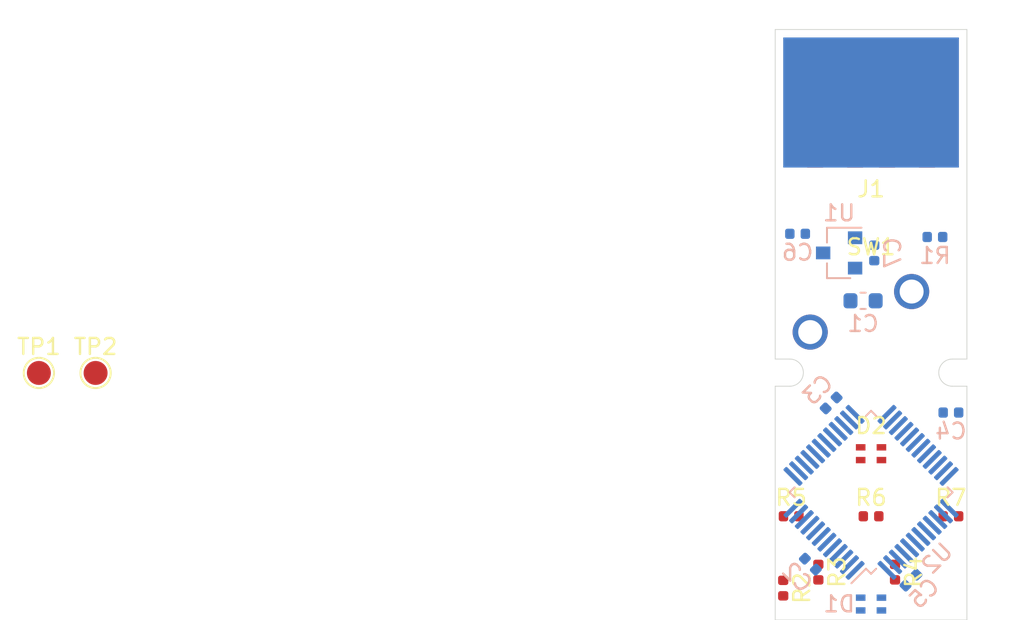
<source format=kicad_pcb>
(kicad_pcb (version 20171130) (host pcbnew 5.1.6)

  (general
    (thickness 1.6)
    (drawings 12)
    (tracks 0)
    (zones 0)
    (modules 22)
    (nets 48)
  )

  (page A4)
  (layers
    (0 F.Cu signal)
    (31 B.Cu signal)
    (32 B.Adhes user)
    (33 F.Adhes user)
    (34 B.Paste user)
    (35 F.Paste user)
    (36 B.SilkS user)
    (37 F.SilkS user)
    (38 B.Mask user)
    (39 F.Mask user)
    (40 Dwgs.User user)
    (41 Cmts.User user)
    (42 Eco1.User user)
    (43 Eco2.User user)
    (44 Edge.Cuts user)
    (45 Margin user)
    (46 B.CrtYd user)
    (47 F.CrtYd user)
    (48 B.Fab user)
    (49 F.Fab user)
  )

  (setup
    (last_trace_width 0.2)
    (trace_clearance 0.2)
    (zone_clearance 0.508)
    (zone_45_only no)
    (trace_min 0.2)
    (via_size 0.8)
    (via_drill 0.4)
    (via_min_size 0.6)
    (via_min_drill 0.3)
    (uvia_size 0.3)
    (uvia_drill 0.1)
    (uvias_allowed no)
    (uvia_min_size 0.2)
    (uvia_min_drill 0.1)
    (edge_width 0.05)
    (segment_width 0.2)
    (pcb_text_width 0.3)
    (pcb_text_size 1.5 1.5)
    (mod_edge_width 0.12)
    (mod_text_size 1 1)
    (mod_text_width 0.15)
    (pad_size 1.524 1.524)
    (pad_drill 0.762)
    (pad_to_mask_clearance 0.05)
    (aux_axis_origin 0 0)
    (visible_elements FFFFF77F)
    (pcbplotparams
      (layerselection 0x010fc_ffffffff)
      (usegerberextensions false)
      (usegerberattributes true)
      (usegerberadvancedattributes true)
      (creategerberjobfile true)
      (excludeedgelayer true)
      (linewidth 0.100000)
      (plotframeref false)
      (viasonmask false)
      (mode 1)
      (useauxorigin false)
      (hpglpennumber 1)
      (hpglpenspeed 20)
      (hpglpendiameter 15.000000)
      (psnegative false)
      (psa4output false)
      (plotreference true)
      (plotvalue true)
      (plotinvisibletext false)
      (padsonsilk false)
      (subtractmaskfromsilk false)
      (outputformat 1)
      (mirror false)
      (drillshape 1)
      (scaleselection 1)
      (outputdirectory ""))
  )

  (net 0 "")
  (net 1 GND)
  (net 2 +3V3)
  (net 3 VBUS)
  (net 4 "Net-(D1-Pad4)")
  (net 5 "Net-(D1-Pad3)")
  (net 6 "Net-(D1-Pad1)")
  (net 7 "Net-(D2-Pad4)")
  (net 8 "Net-(D2-Pad3)")
  (net 9 "Net-(D2-Pad1)")
  (net 10 /D+)
  (net 11 /D-)
  (net 12 /BTN1)
  (net 13 /LED1_R)
  (net 14 /LED1_G)
  (net 15 /LED1_B)
  (net 16 /LED2_R)
  (net 17 /LED2_G)
  (net 18 /LED2_B)
  (net 19 /SWDIO)
  (net 20 /SWCLK)
  (net 21 "Net-(U2-Pad46)")
  (net 22 "Net-(U2-Pad45)")
  (net 23 "Net-(U2-Pad43)")
  (net 24 "Net-(U2-Pad42)")
  (net 25 "Net-(U2-Pad40)")
  (net 26 "Net-(U2-Pad39)")
  (net 27 "Net-(U2-Pad38)")
  (net 28 "Net-(U2-Pad31)")
  (net 29 "Net-(U2-Pad30)")
  (net 30 "Net-(U2-Pad29)")
  (net 31 "Net-(U2-Pad28)")
  (net 32 "Net-(U2-Pad27)")
  (net 33 "Net-(U2-Pad26)")
  (net 34 "Net-(U2-Pad25)")
  (net 35 "Net-(U2-Pad22)")
  (net 36 "Net-(U2-Pad21)")
  (net 37 "Net-(U2-Pad20)")
  (net 38 "Net-(U2-Pad17)")
  (net 39 "Net-(U2-Pad16)")
  (net 40 "Net-(U2-Pad15)")
  (net 41 "Net-(U2-Pad14)")
  (net 42 "Net-(U2-Pad7)")
  (net 43 "Net-(U2-Pad6)")
  (net 44 "Net-(U2-Pad5)")
  (net 45 "Net-(U2-Pad4)")
  (net 46 "Net-(U2-Pad3)")
  (net 47 "Net-(U2-Pad2)")

  (net_class Default "This is the default net class."
    (clearance 0.2)
    (trace_width 0.2)
    (via_dia 0.8)
    (via_drill 0.4)
    (uvia_dia 0.3)
    (uvia_drill 0.1)
    (add_net +3V3)
    (add_net /BTN1)
    (add_net /D+)
    (add_net /D-)
    (add_net /LED1_B)
    (add_net /LED1_G)
    (add_net /LED1_R)
    (add_net /LED2_B)
    (add_net /LED2_G)
    (add_net /LED2_R)
    (add_net /SWCLK)
    (add_net /SWDIO)
    (add_net GND)
    (add_net "Net-(D1-Pad1)")
    (add_net "Net-(D1-Pad3)")
    (add_net "Net-(D1-Pad4)")
    (add_net "Net-(D2-Pad1)")
    (add_net "Net-(D2-Pad3)")
    (add_net "Net-(D2-Pad4)")
    (add_net "Net-(U2-Pad14)")
    (add_net "Net-(U2-Pad15)")
    (add_net "Net-(U2-Pad16)")
    (add_net "Net-(U2-Pad17)")
    (add_net "Net-(U2-Pad2)")
    (add_net "Net-(U2-Pad20)")
    (add_net "Net-(U2-Pad21)")
    (add_net "Net-(U2-Pad22)")
    (add_net "Net-(U2-Pad25)")
    (add_net "Net-(U2-Pad26)")
    (add_net "Net-(U2-Pad27)")
    (add_net "Net-(U2-Pad28)")
    (add_net "Net-(U2-Pad29)")
    (add_net "Net-(U2-Pad3)")
    (add_net "Net-(U2-Pad30)")
    (add_net "Net-(U2-Pad31)")
    (add_net "Net-(U2-Pad38)")
    (add_net "Net-(U2-Pad39)")
    (add_net "Net-(U2-Pad4)")
    (add_net "Net-(U2-Pad40)")
    (add_net "Net-(U2-Pad42)")
    (add_net "Net-(U2-Pad43)")
    (add_net "Net-(U2-Pad45)")
    (add_net "Net-(U2-Pad46)")
    (add_net "Net-(U2-Pad5)")
    (add_net "Net-(U2-Pad6)")
    (add_net "Net-(U2-Pad7)")
    (add_net VBUS)
  )

  (module Capacitor_SMD:C_0402_1005Metric (layer B.Cu) (tedit 5F947204) (tstamp 5F948C07)
    (at 155 74 180)
    (descr "Capacitor SMD 0402 (1005 Metric), square (rectangular) end terminal, IPC_7351 nominal, (Body size source: http://www.tortai-tech.com/upload/download/2011102023233369053.pdf), generated with kicad-footprint-generator")
    (tags capacitor)
    (path /5F892CC5)
    (attr smd)
    (fp_text reference C4 (at 0 -1.17 180) (layer B.SilkS)
      (effects (font (size 1 1) (thickness 0.15)) (justify mirror))
    )
    (fp_text value 100n (at 0 1.17 180) (layer B.Fab)
      (effects (font (size 1 1) (thickness 0.15)) (justify mirror))
    )
    (fp_line (start 0.93 -0.47) (end -0.93 -0.47) (layer B.CrtYd) (width 0.05))
    (fp_line (start 0.93 0.47) (end 0.93 -0.47) (layer B.CrtYd) (width 0.05))
    (fp_line (start -0.93 0.47) (end 0.93 0.47) (layer B.CrtYd) (width 0.05))
    (fp_line (start -0.93 -0.47) (end -0.93 0.47) (layer B.CrtYd) (width 0.05))
    (fp_line (start 0.5 -0.25) (end -0.5 -0.25) (layer B.Fab) (width 0.1))
    (fp_line (start 0.5 0.25) (end 0.5 -0.25) (layer B.Fab) (width 0.1))
    (fp_line (start -0.5 0.25) (end 0.5 0.25) (layer B.Fab) (width 0.1))
    (fp_line (start -0.5 -0.25) (end -0.5 0.25) (layer B.Fab) (width 0.1))
    (fp_text user %R (at 0 0 180) (layer B.Fab)
      (effects (font (size 0.25 0.25) (thickness 0.04)) (justify mirror))
    )
    (pad 2 smd roundrect (at 0.485 0 180) (size 0.59 0.64) (layers B.Cu B.Paste B.Mask) (roundrect_rratio 0.25)
      (net 1 GND))
    (pad 1 smd roundrect (at -0.485 0 180) (size 0.59 0.64) (layers B.Cu B.Paste B.Mask) (roundrect_rratio 0.25)
      (net 2 +3V3))
    (model ${KISYS3DMOD}/Capacitor_SMD.3dshapes/C_0402_1005Metric.wrl
      (at (xyz 0 0 0))
      (scale (xyz 1 1 1))
      (rotate (xyz 0 0 0))
    )
  )

  (module Button_Switch_Keyboard:SW_Cherry_MX_1.00u_PCB (layer F.Cu) (tedit 5F944CC9) (tstamp 5F92DCF2)
    (at 152.54 66.42)
    (descr "Cherry MX keyswitch, 1.00u, PCB mount, http://cherryamericas.com/wp-content/uploads/2014/12/mx_cat.pdf")
    (tags "Cherry MX keyswitch 1.00u PCB")
    (path /5F925207)
    (fp_text reference SW1 (at -2.54 -2.794) (layer F.SilkS)
      (effects (font (size 1 1) (thickness 0.15)))
    )
    (fp_text value MXxx-xxxx (at -2.54 12.954) (layer F.Fab)
      (effects (font (size 1 1) (thickness 0.15)))
    )
    (fp_line (start -8.89 -1.27) (end 3.81 -1.27) (layer F.Fab) (width 0.1))
    (fp_line (start 3.81 -1.27) (end 3.81 11.43) (layer F.Fab) (width 0.1))
    (fp_line (start 3.81 11.43) (end -8.89 11.43) (layer F.Fab) (width 0.1))
    (fp_line (start -8.89 11.43) (end -8.89 -1.27) (layer F.Fab) (width 0.1))
    (fp_line (start -9.14 11.68) (end -9.14 -1.52) (layer F.CrtYd) (width 0.05))
    (fp_line (start 4.06 11.68) (end -9.14 11.68) (layer F.CrtYd) (width 0.05))
    (fp_line (start 4.06 -1.52) (end 4.06 11.68) (layer F.CrtYd) (width 0.05))
    (fp_line (start -9.14 -1.52) (end 4.06 -1.52) (layer F.CrtYd) (width 0.05))
    (fp_line (start -12.065 -4.445) (end 6.985 -4.445) (layer Dwgs.User) (width 0.15))
    (fp_line (start 6.985 -4.445) (end 6.985 14.605) (layer Dwgs.User) (width 0.15))
    (fp_line (start 6.985 14.605) (end -12.065 14.605) (layer Dwgs.User) (width 0.15))
    (fp_line (start -12.065 14.605) (end -12.065 -4.445) (layer Dwgs.User) (width 0.15))
    (fp_text user %R (at -2.54 -2.794) (layer F.Fab)
      (effects (font (size 1 1) (thickness 0.15)))
    )
    (pad "" np_thru_hole circle (at -2.54 5.08) (size 4 4) (drill 4) (layers *.Cu *.Mask))
    (pad 2 thru_hole circle (at -6.35 2.54) (size 2.2 2.2) (drill 1.5) (layers *.Cu *.Mask)
      (net 2 +3V3))
    (pad 1 thru_hole circle (at 0 0) (size 2.2 2.2) (drill 1.5) (layers *.Cu *.Mask)
      (net 12 /BTN1))
    (model ${KISYS3DMOD}/Button_Switch_Keyboard.3dshapes/SW_Cherry_MX_1.00u_PCB.wrl
      (at (xyz 0 0 0))
      (scale (xyz 1 1 1))
      (rotate (xyz 0 0 0))
    )
  )

  (module Capacitor_SMD:C_0402_1005Metric (layer B.Cu) (tedit 5B301BBE) (tstamp 5F92C15E)
    (at 145.4 62.8)
    (descr "Capacitor SMD 0402 (1005 Metric), square (rectangular) end terminal, IPC_7351 nominal, (Body size source: http://www.tortai-tech.com/upload/download/2011102023233369053.pdf), generated with kicad-footprint-generator")
    (tags capacitor)
    (path /5F93753A)
    (attr smd)
    (fp_text reference C6 (at 0 1.17) (layer B.SilkS)
      (effects (font (size 1 1) (thickness 0.15)) (justify mirror))
    )
    (fp_text value 1u (at 0 -1.17) (layer B.Fab)
      (effects (font (size 1 1) (thickness 0.15)) (justify mirror))
    )
    (fp_line (start 0.93 -0.47) (end -0.93 -0.47) (layer B.CrtYd) (width 0.05))
    (fp_line (start 0.93 0.47) (end 0.93 -0.47) (layer B.CrtYd) (width 0.05))
    (fp_line (start -0.93 0.47) (end 0.93 0.47) (layer B.CrtYd) (width 0.05))
    (fp_line (start -0.93 -0.47) (end -0.93 0.47) (layer B.CrtYd) (width 0.05))
    (fp_line (start 0.5 -0.25) (end -0.5 -0.25) (layer B.Fab) (width 0.1))
    (fp_line (start 0.5 0.25) (end 0.5 -0.25) (layer B.Fab) (width 0.1))
    (fp_line (start -0.5 0.25) (end 0.5 0.25) (layer B.Fab) (width 0.1))
    (fp_line (start -0.5 -0.25) (end -0.5 0.25) (layer B.Fab) (width 0.1))
    (fp_text user %R (at 0 0) (layer B.Fab)
      (effects (font (size 0.25 0.25) (thickness 0.04)) (justify mirror))
    )
    (pad 2 smd roundrect (at 0.485 0) (size 0.59 0.64) (layers B.Cu B.Paste B.Mask) (roundrect_rratio 0.25)
      (net 1 GND))
    (pad 1 smd roundrect (at -0.485 0) (size 0.59 0.64) (layers B.Cu B.Paste B.Mask) (roundrect_rratio 0.25)
      (net 3 VBUS))
    (model ${KISYS3DMOD}/Capacitor_SMD.3dshapes/C_0402_1005Metric.wrl
      (at (xyz 0 0 0))
      (scale (xyz 1 1 1))
      (rotate (xyz 0 0 0))
    )
  )

  (module Package_QFP:LQFP-48_7x7mm_P0.5mm (layer B.Cu) (tedit 5D9F72AF) (tstamp 5F92E9DF)
    (at 150 79 45)
    (descr "LQFP, 48 Pin (https://www.analog.com/media/en/technical-documentation/data-sheets/ltc2358-16.pdf), generated with kicad-footprint-generator ipc_gullwing_generator.py")
    (tags "LQFP QFP")
    (path /5F878F8D)
    (attr smd)
    (fp_text reference U2 (at 0 5.85 45) (layer B.SilkS)
      (effects (font (size 1 1) (thickness 0.15)) (justify mirror))
    )
    (fp_text value STM32F072CBT6 (at 0 -5.85 45) (layer B.Fab)
      (effects (font (size 1 1) (thickness 0.15)) (justify mirror))
    )
    (fp_line (start 5.15 -3.15) (end 5.15 0) (layer B.CrtYd) (width 0.05))
    (fp_line (start 3.75 -3.15) (end 5.15 -3.15) (layer B.CrtYd) (width 0.05))
    (fp_line (start 3.75 -3.75) (end 3.75 -3.15) (layer B.CrtYd) (width 0.05))
    (fp_line (start 3.15 -3.75) (end 3.75 -3.75) (layer B.CrtYd) (width 0.05))
    (fp_line (start 3.15 -5.15) (end 3.15 -3.75) (layer B.CrtYd) (width 0.05))
    (fp_line (start 0 -5.15) (end 3.15 -5.15) (layer B.CrtYd) (width 0.05))
    (fp_line (start -5.15 -3.15) (end -5.15 0) (layer B.CrtYd) (width 0.05))
    (fp_line (start -3.75 -3.15) (end -5.15 -3.15) (layer B.CrtYd) (width 0.05))
    (fp_line (start -3.75 -3.75) (end -3.75 -3.15) (layer B.CrtYd) (width 0.05))
    (fp_line (start -3.15 -3.75) (end -3.75 -3.75) (layer B.CrtYd) (width 0.05))
    (fp_line (start -3.15 -5.15) (end -3.15 -3.75) (layer B.CrtYd) (width 0.05))
    (fp_line (start 0 -5.15) (end -3.15 -5.15) (layer B.CrtYd) (width 0.05))
    (fp_line (start 5.15 3.15) (end 5.15 0) (layer B.CrtYd) (width 0.05))
    (fp_line (start 3.75 3.15) (end 5.15 3.15) (layer B.CrtYd) (width 0.05))
    (fp_line (start 3.75 3.75) (end 3.75 3.15) (layer B.CrtYd) (width 0.05))
    (fp_line (start 3.15 3.75) (end 3.75 3.75) (layer B.CrtYd) (width 0.05))
    (fp_line (start 3.15 5.15) (end 3.15 3.75) (layer B.CrtYd) (width 0.05))
    (fp_line (start 0 5.15) (end 3.15 5.15) (layer B.CrtYd) (width 0.05))
    (fp_line (start -5.15 3.15) (end -5.15 0) (layer B.CrtYd) (width 0.05))
    (fp_line (start -3.75 3.15) (end -5.15 3.15) (layer B.CrtYd) (width 0.05))
    (fp_line (start -3.75 3.75) (end -3.75 3.15) (layer B.CrtYd) (width 0.05))
    (fp_line (start -3.15 3.75) (end -3.75 3.75) (layer B.CrtYd) (width 0.05))
    (fp_line (start -3.15 5.15) (end -3.15 3.75) (layer B.CrtYd) (width 0.05))
    (fp_line (start 0 5.15) (end -3.15 5.15) (layer B.CrtYd) (width 0.05))
    (fp_line (start -3.5 2.5) (end -2.5 3.5) (layer B.Fab) (width 0.1))
    (fp_line (start -3.5 -3.5) (end -3.5 2.5) (layer B.Fab) (width 0.1))
    (fp_line (start 3.5 -3.5) (end -3.5 -3.5) (layer B.Fab) (width 0.1))
    (fp_line (start 3.5 3.5) (end 3.5 -3.5) (layer B.Fab) (width 0.1))
    (fp_line (start -2.5 3.5) (end 3.5 3.5) (layer B.Fab) (width 0.1))
    (fp_line (start -3.61 3.16) (end -4.9 3.16) (layer B.SilkS) (width 0.12))
    (fp_line (start -3.61 3.61) (end -3.61 3.16) (layer B.SilkS) (width 0.12))
    (fp_line (start -3.16 3.61) (end -3.61 3.61) (layer B.SilkS) (width 0.12))
    (fp_line (start 3.61 3.61) (end 3.61 3.16) (layer B.SilkS) (width 0.12))
    (fp_line (start 3.16 3.61) (end 3.61 3.61) (layer B.SilkS) (width 0.12))
    (fp_line (start -3.61 -3.61) (end -3.61 -3.16) (layer B.SilkS) (width 0.12))
    (fp_line (start -3.16 -3.61) (end -3.61 -3.61) (layer B.SilkS) (width 0.12))
    (fp_line (start 3.61 -3.61) (end 3.61 -3.16) (layer B.SilkS) (width 0.12))
    (fp_line (start 3.16 -3.61) (end 3.61 -3.61) (layer B.SilkS) (width 0.12))
    (fp_text user %R (at 0 0 45) (layer B.Fab)
      (effects (font (size 1 1) (thickness 0.15)) (justify mirror))
    )
    (pad 48 smd roundrect (at -2.75 4.1625 45) (size 0.3 1.475) (layers B.Cu B.Paste B.Mask) (roundrect_rratio 0.25)
      (net 2 +3V3))
    (pad 47 smd roundrect (at -2.25 4.1625 45) (size 0.3 1.475) (layers B.Cu B.Paste B.Mask) (roundrect_rratio 0.25)
      (net 1 GND))
    (pad 46 smd roundrect (at -1.75 4.1625 45) (size 0.3 1.475) (layers B.Cu B.Paste B.Mask) (roundrect_rratio 0.25)
      (net 21 "Net-(U2-Pad46)"))
    (pad 45 smd roundrect (at -1.25 4.1625 45) (size 0.3 1.475) (layers B.Cu B.Paste B.Mask) (roundrect_rratio 0.25)
      (net 22 "Net-(U2-Pad45)"))
    (pad 44 smd roundrect (at -0.75 4.1625 45) (size 0.3 1.475) (layers B.Cu B.Paste B.Mask) (roundrect_rratio 0.25)
      (net 12 /BTN1))
    (pad 43 smd roundrect (at -0.25 4.1625 45) (size 0.3 1.475) (layers B.Cu B.Paste B.Mask) (roundrect_rratio 0.25)
      (net 23 "Net-(U2-Pad43)"))
    (pad 42 smd roundrect (at 0.25 4.1625 45) (size 0.3 1.475) (layers B.Cu B.Paste B.Mask) (roundrect_rratio 0.25)
      (net 24 "Net-(U2-Pad42)"))
    (pad 41 smd roundrect (at 0.75 4.1625 45) (size 0.3 1.475) (layers B.Cu B.Paste B.Mask) (roundrect_rratio 0.25)
      (net 18 /LED2_B))
    (pad 40 smd roundrect (at 1.25 4.1625 45) (size 0.3 1.475) (layers B.Cu B.Paste B.Mask) (roundrect_rratio 0.25)
      (net 25 "Net-(U2-Pad40)"))
    (pad 39 smd roundrect (at 1.75 4.1625 45) (size 0.3 1.475) (layers B.Cu B.Paste B.Mask) (roundrect_rratio 0.25)
      (net 26 "Net-(U2-Pad39)"))
    (pad 38 smd roundrect (at 2.25 4.1625 45) (size 0.3 1.475) (layers B.Cu B.Paste B.Mask) (roundrect_rratio 0.25)
      (net 27 "Net-(U2-Pad38)"))
    (pad 37 smd roundrect (at 2.75 4.1625 45) (size 0.3 1.475) (layers B.Cu B.Paste B.Mask) (roundrect_rratio 0.25)
      (net 20 /SWCLK))
    (pad 36 smd roundrect (at 4.1625 2.75 45) (size 1.475 0.3) (layers B.Cu B.Paste B.Mask) (roundrect_rratio 0.25)
      (net 2 +3V3))
    (pad 35 smd roundrect (at 4.1625 2.25 45) (size 1.475 0.3) (layers B.Cu B.Paste B.Mask) (roundrect_rratio 0.25)
      (net 1 GND))
    (pad 34 smd roundrect (at 4.1625 1.75 45) (size 1.475 0.3) (layers B.Cu B.Paste B.Mask) (roundrect_rratio 0.25)
      (net 19 /SWDIO))
    (pad 33 smd roundrect (at 4.1625 1.25 45) (size 1.475 0.3) (layers B.Cu B.Paste B.Mask) (roundrect_rratio 0.25)
      (net 10 /D+))
    (pad 32 smd roundrect (at 4.1625 0.75 45) (size 1.475 0.3) (layers B.Cu B.Paste B.Mask) (roundrect_rratio 0.25)
      (net 11 /D-))
    (pad 31 smd roundrect (at 4.1625 0.25 45) (size 1.475 0.3) (layers B.Cu B.Paste B.Mask) (roundrect_rratio 0.25)
      (net 28 "Net-(U2-Pad31)"))
    (pad 30 smd roundrect (at 4.1625 -0.25 45) (size 1.475 0.3) (layers B.Cu B.Paste B.Mask) (roundrect_rratio 0.25)
      (net 29 "Net-(U2-Pad30)"))
    (pad 29 smd roundrect (at 4.1625 -0.75 45) (size 1.475 0.3) (layers B.Cu B.Paste B.Mask) (roundrect_rratio 0.25)
      (net 30 "Net-(U2-Pad29)"))
    (pad 28 smd roundrect (at 4.1625 -1.25 45) (size 1.475 0.3) (layers B.Cu B.Paste B.Mask) (roundrect_rratio 0.25)
      (net 31 "Net-(U2-Pad28)"))
    (pad 27 smd roundrect (at 4.1625 -1.75 45) (size 1.475 0.3) (layers B.Cu B.Paste B.Mask) (roundrect_rratio 0.25)
      (net 32 "Net-(U2-Pad27)"))
    (pad 26 smd roundrect (at 4.1625 -2.25 45) (size 1.475 0.3) (layers B.Cu B.Paste B.Mask) (roundrect_rratio 0.25)
      (net 33 "Net-(U2-Pad26)"))
    (pad 25 smd roundrect (at 4.1625 -2.75 45) (size 1.475 0.3) (layers B.Cu B.Paste B.Mask) (roundrect_rratio 0.25)
      (net 34 "Net-(U2-Pad25)"))
    (pad 24 smd roundrect (at 2.75 -4.1625 45) (size 0.3 1.475) (layers B.Cu B.Paste B.Mask) (roundrect_rratio 0.25)
      (net 2 +3V3))
    (pad 23 smd roundrect (at 2.25 -4.1625 45) (size 0.3 1.475) (layers B.Cu B.Paste B.Mask) (roundrect_rratio 0.25)
      (net 1 GND))
    (pad 22 smd roundrect (at 1.75 -4.1625 45) (size 0.3 1.475) (layers B.Cu B.Paste B.Mask) (roundrect_rratio 0.25)
      (net 35 "Net-(U2-Pad22)"))
    (pad 21 smd roundrect (at 1.25 -4.1625 45) (size 0.3 1.475) (layers B.Cu B.Paste B.Mask) (roundrect_rratio 0.25)
      (net 36 "Net-(U2-Pad21)"))
    (pad 20 smd roundrect (at 0.75 -4.1625 45) (size 0.3 1.475) (layers B.Cu B.Paste B.Mask) (roundrect_rratio 0.25)
      (net 37 "Net-(U2-Pad20)"))
    (pad 19 smd roundrect (at 0.25 -4.1625 45) (size 0.3 1.475) (layers B.Cu B.Paste B.Mask) (roundrect_rratio 0.25)
      (net 16 /LED2_R))
    (pad 18 smd roundrect (at -0.25 -4.1625 45) (size 0.3 1.475) (layers B.Cu B.Paste B.Mask) (roundrect_rratio 0.25)
      (net 17 /LED2_G))
    (pad 17 smd roundrect (at -0.75 -4.1625 45) (size 0.3 1.475) (layers B.Cu B.Paste B.Mask) (roundrect_rratio 0.25)
      (net 38 "Net-(U2-Pad17)"))
    (pad 16 smd roundrect (at -1.25 -4.1625 45) (size 0.3 1.475) (layers B.Cu B.Paste B.Mask) (roundrect_rratio 0.25)
      (net 39 "Net-(U2-Pad16)"))
    (pad 15 smd roundrect (at -1.75 -4.1625 45) (size 0.3 1.475) (layers B.Cu B.Paste B.Mask) (roundrect_rratio 0.25)
      (net 40 "Net-(U2-Pad15)"))
    (pad 14 smd roundrect (at -2.25 -4.1625 45) (size 0.3 1.475) (layers B.Cu B.Paste B.Mask) (roundrect_rratio 0.25)
      (net 41 "Net-(U2-Pad14)"))
    (pad 13 smd roundrect (at -2.75 -4.1625 45) (size 0.3 1.475) (layers B.Cu B.Paste B.Mask) (roundrect_rratio 0.25)
      (net 12 /BTN1))
    (pad 12 smd roundrect (at -4.1625 -2.75 45) (size 1.475 0.3) (layers B.Cu B.Paste B.Mask) (roundrect_rratio 0.25)
      (net 13 /LED1_R))
    (pad 11 smd roundrect (at -4.1625 -2.25 45) (size 1.475 0.3) (layers B.Cu B.Paste B.Mask) (roundrect_rratio 0.25)
      (net 14 /LED1_G))
    (pad 10 smd roundrect (at -4.1625 -1.75 45) (size 1.475 0.3) (layers B.Cu B.Paste B.Mask) (roundrect_rratio 0.25)
      (net 15 /LED1_B))
    (pad 9 smd roundrect (at -4.1625 -1.25 45) (size 1.475 0.3) (layers B.Cu B.Paste B.Mask) (roundrect_rratio 0.25)
      (net 2 +3V3))
    (pad 8 smd roundrect (at -4.1625 -0.75 45) (size 1.475 0.3) (layers B.Cu B.Paste B.Mask) (roundrect_rratio 0.25)
      (net 1 GND))
    (pad 7 smd roundrect (at -4.1625 -0.25 45) (size 1.475 0.3) (layers B.Cu B.Paste B.Mask) (roundrect_rratio 0.25)
      (net 42 "Net-(U2-Pad7)"))
    (pad 6 smd roundrect (at -4.1625 0.25 45) (size 1.475 0.3) (layers B.Cu B.Paste B.Mask) (roundrect_rratio 0.25)
      (net 43 "Net-(U2-Pad6)"))
    (pad 5 smd roundrect (at -4.1625 0.75 45) (size 1.475 0.3) (layers B.Cu B.Paste B.Mask) (roundrect_rratio 0.25)
      (net 44 "Net-(U2-Pad5)"))
    (pad 4 smd roundrect (at -4.1625 1.25 45) (size 1.475 0.3) (layers B.Cu B.Paste B.Mask) (roundrect_rratio 0.25)
      (net 45 "Net-(U2-Pad4)"))
    (pad 3 smd roundrect (at -4.1625 1.75 45) (size 1.475 0.3) (layers B.Cu B.Paste B.Mask) (roundrect_rratio 0.25)
      (net 46 "Net-(U2-Pad3)"))
    (pad 2 smd roundrect (at -4.1625 2.25 45) (size 1.475 0.3) (layers B.Cu B.Paste B.Mask) (roundrect_rratio 0.25)
      (net 47 "Net-(U2-Pad2)"))
    (pad 1 smd roundrect (at -4.1625 2.75 45) (size 1.475 0.3) (layers B.Cu B.Paste B.Mask) (roundrect_rratio 0.25)
      (net 2 +3V3))
    (model ${KISYS3DMOD}/Package_QFP.3dshapes/LQFP-48_7x7mm_P0.5mm.wrl
      (at (xyz 0 0 0))
      (scale (xyz 1 1 1))
      (rotate (xyz 0 0 0))
    )
  )

  (module Package_TO_SOT_SMD:SOT-23 (layer B.Cu) (tedit 5A02FF57) (tstamp 5F92B4F1)
    (at 148 64 180)
    (descr "SOT-23, Standard")
    (tags SOT-23)
    (path /5FA01775)
    (attr smd)
    (fp_text reference U1 (at 0 2.5) (layer B.SilkS)
      (effects (font (size 1 1) (thickness 0.15)) (justify mirror))
    )
    (fp_text value XC6206P332MR (at 0 -2.5) (layer B.Fab)
      (effects (font (size 1 1) (thickness 0.15)) (justify mirror))
    )
    (fp_line (start -0.7 0.95) (end -0.7 -1.5) (layer B.Fab) (width 0.1))
    (fp_line (start -0.15 1.52) (end 0.7 1.52) (layer B.Fab) (width 0.1))
    (fp_line (start -0.7 0.95) (end -0.15 1.52) (layer B.Fab) (width 0.1))
    (fp_line (start 0.7 1.52) (end 0.7 -1.52) (layer B.Fab) (width 0.1))
    (fp_line (start -0.7 -1.52) (end 0.7 -1.52) (layer B.Fab) (width 0.1))
    (fp_line (start 0.76 -1.58) (end 0.76 -0.65) (layer B.SilkS) (width 0.12))
    (fp_line (start 0.76 1.58) (end 0.76 0.65) (layer B.SilkS) (width 0.12))
    (fp_line (start -1.7 1.75) (end 1.7 1.75) (layer B.CrtYd) (width 0.05))
    (fp_line (start 1.7 1.75) (end 1.7 -1.75) (layer B.CrtYd) (width 0.05))
    (fp_line (start 1.7 -1.75) (end -1.7 -1.75) (layer B.CrtYd) (width 0.05))
    (fp_line (start -1.7 -1.75) (end -1.7 1.75) (layer B.CrtYd) (width 0.05))
    (fp_line (start 0.76 1.58) (end -1.4 1.58) (layer B.SilkS) (width 0.12))
    (fp_line (start 0.76 -1.58) (end -0.7 -1.58) (layer B.SilkS) (width 0.12))
    (fp_text user %R (at 0 0 -90) (layer B.Fab)
      (effects (font (size 0.5 0.5) (thickness 0.075)) (justify mirror))
    )
    (pad 1 smd rect (at -1 0.95 180) (size 0.9 0.8) (layers B.Cu B.Paste B.Mask)
      (net 1 GND))
    (pad 2 smd rect (at -1 -0.95 180) (size 0.9 0.8) (layers B.Cu B.Paste B.Mask)
      (net 2 +3V3))
    (pad 3 smd rect (at 1 0 180) (size 0.9 0.8) (layers B.Cu B.Paste B.Mask)
      (net 3 VBUS))
    (model ${KISYS3DMOD}/Package_TO_SOT_SMD.3dshapes/SOT-23.wrl
      (at (xyz 0 0 0))
      (scale (xyz 1 1 1))
      (rotate (xyz 0 0 0))
    )
  )

  (module TestPoint:TestPoint_Pad_D1.5mm (layer F.Cu) (tedit 5A0F774F) (tstamp 5F92A952)
    (at 101.45 71.52)
    (descr "SMD pad as test Point, diameter 1.5mm")
    (tags "test point SMD pad")
    (path /5FCB2854)
    (attr virtual)
    (fp_text reference TP2 (at 0 -1.648) (layer F.SilkS)
      (effects (font (size 1 1) (thickness 0.15)))
    )
    (fp_text value SWCLK (at 0 1.75) (layer F.Fab)
      (effects (font (size 1 1) (thickness 0.15)))
    )
    (fp_circle (center 0 0) (end 0 0.95) (layer F.SilkS) (width 0.12))
    (fp_circle (center 0 0) (end 1.25 0) (layer F.CrtYd) (width 0.05))
    (fp_text user %R (at 0 -1.65) (layer F.Fab)
      (effects (font (size 1 1) (thickness 0.15)))
    )
    (pad 1 smd circle (at 0 0) (size 1.5 1.5) (layers F.Cu F.Mask)
      (net 20 /SWCLK))
  )

  (module TestPoint:TestPoint_Pad_D1.5mm (layer F.Cu) (tedit 5A0F774F) (tstamp 5F92A94A)
    (at 97.9 71.52)
    (descr "SMD pad as test Point, diameter 1.5mm")
    (tags "test point SMD pad")
    (path /5FCAA338)
    (attr virtual)
    (fp_text reference TP1 (at 0 -1.648) (layer F.SilkS)
      (effects (font (size 1 1) (thickness 0.15)))
    )
    (fp_text value SWDIO (at 0 1.75) (layer F.Fab)
      (effects (font (size 1 1) (thickness 0.15)))
    )
    (fp_circle (center 0 0) (end 0 0.95) (layer F.SilkS) (width 0.12))
    (fp_circle (center 0 0) (end 1.25 0) (layer F.CrtYd) (width 0.05))
    (fp_text user %R (at 0 -1.65) (layer F.Fab)
      (effects (font (size 1 1) (thickness 0.15)))
    )
    (pad 1 smd circle (at 0 0) (size 1.5 1.5) (layers F.Cu F.Mask)
      (net 19 /SWDIO))
  )

  (module Resistor_SMD:R_0402_1005Metric (layer F.Cu) (tedit 5B301BBD) (tstamp 5F94E3FE)
    (at 155 80.5)
    (descr "Resistor SMD 0402 (1005 Metric), square (rectangular) end terminal, IPC_7351 nominal, (Body size source: http://www.tortai-tech.com/upload/download/2011102023233369053.pdf), generated with kicad-footprint-generator")
    (tags resistor)
    (path /5FDA0D19)
    (attr smd)
    (fp_text reference R7 (at 0 -1.17) (layer F.SilkS)
      (effects (font (size 1 1) (thickness 0.15)))
    )
    (fp_text value 1k (at 0 1.17) (layer F.Fab)
      (effects (font (size 1 1) (thickness 0.15)))
    )
    (fp_line (start 0.93 0.47) (end -0.93 0.47) (layer F.CrtYd) (width 0.05))
    (fp_line (start 0.93 -0.47) (end 0.93 0.47) (layer F.CrtYd) (width 0.05))
    (fp_line (start -0.93 -0.47) (end 0.93 -0.47) (layer F.CrtYd) (width 0.05))
    (fp_line (start -0.93 0.47) (end -0.93 -0.47) (layer F.CrtYd) (width 0.05))
    (fp_line (start 0.5 0.25) (end -0.5 0.25) (layer F.Fab) (width 0.1))
    (fp_line (start 0.5 -0.25) (end 0.5 0.25) (layer F.Fab) (width 0.1))
    (fp_line (start -0.5 -0.25) (end 0.5 -0.25) (layer F.Fab) (width 0.1))
    (fp_line (start -0.5 0.25) (end -0.5 -0.25) (layer F.Fab) (width 0.1))
    (fp_text user %R (at 0 0) (layer F.Fab)
      (effects (font (size 0.25 0.25) (thickness 0.04)))
    )
    (pad 2 smd roundrect (at 0.485 0) (size 0.59 0.64) (layers F.Cu F.Paste F.Mask) (roundrect_rratio 0.25)
      (net 8 "Net-(D2-Pad3)"))
    (pad 1 smd roundrect (at -0.485 0) (size 0.59 0.64) (layers F.Cu F.Paste F.Mask) (roundrect_rratio 0.25)
      (net 18 /LED2_B))
    (model ${KISYS3DMOD}/Resistor_SMD.3dshapes/R_0402_1005Metric.wrl
      (at (xyz 0 0 0))
      (scale (xyz 1 1 1))
      (rotate (xyz 0 0 0))
    )
  )

  (module Resistor_SMD:R_0402_1005Metric (layer F.Cu) (tedit 5B301BBD) (tstamp 5F94DEF7)
    (at 150 80.5)
    (descr "Resistor SMD 0402 (1005 Metric), square (rectangular) end terminal, IPC_7351 nominal, (Body size source: http://www.tortai-tech.com/upload/download/2011102023233369053.pdf), generated with kicad-footprint-generator")
    (tags resistor)
    (path /5FDA00DF)
    (attr smd)
    (fp_text reference R6 (at 0 -1.17) (layer F.SilkS)
      (effects (font (size 1 1) (thickness 0.15)))
    )
    (fp_text value 1k (at 0 1.17) (layer F.Fab)
      (effects (font (size 1 1) (thickness 0.15)))
    )
    (fp_line (start 0.93 0.47) (end -0.93 0.47) (layer F.CrtYd) (width 0.05))
    (fp_line (start 0.93 -0.47) (end 0.93 0.47) (layer F.CrtYd) (width 0.05))
    (fp_line (start -0.93 -0.47) (end 0.93 -0.47) (layer F.CrtYd) (width 0.05))
    (fp_line (start -0.93 0.47) (end -0.93 -0.47) (layer F.CrtYd) (width 0.05))
    (fp_line (start 0.5 0.25) (end -0.5 0.25) (layer F.Fab) (width 0.1))
    (fp_line (start 0.5 -0.25) (end 0.5 0.25) (layer F.Fab) (width 0.1))
    (fp_line (start -0.5 -0.25) (end 0.5 -0.25) (layer F.Fab) (width 0.1))
    (fp_line (start -0.5 0.25) (end -0.5 -0.25) (layer F.Fab) (width 0.1))
    (fp_text user %R (at 0 0) (layer F.Fab)
      (effects (font (size 0.25 0.25) (thickness 0.04)))
    )
    (pad 2 smd roundrect (at 0.485 0) (size 0.59 0.64) (layers F.Cu F.Paste F.Mask) (roundrect_rratio 0.25)
      (net 7 "Net-(D2-Pad4)"))
    (pad 1 smd roundrect (at -0.485 0) (size 0.59 0.64) (layers F.Cu F.Paste F.Mask) (roundrect_rratio 0.25)
      (net 17 /LED2_G))
    (model ${KISYS3DMOD}/Resistor_SMD.3dshapes/R_0402_1005Metric.wrl
      (at (xyz 0 0 0))
      (scale (xyz 1 1 1))
      (rotate (xyz 0 0 0))
    )
  )

  (module Resistor_SMD:R_0402_1005Metric (layer F.Cu) (tedit 5B301BBD) (tstamp 5F94E3A8)
    (at 145 80.5)
    (descr "Resistor SMD 0402 (1005 Metric), square (rectangular) end terminal, IPC_7351 nominal, (Body size source: http://www.tortai-tech.com/upload/download/2011102023233369053.pdf), generated with kicad-footprint-generator")
    (tags resistor)
    (path /5FD9D2CE)
    (attr smd)
    (fp_text reference R5 (at 0 -1.17) (layer F.SilkS)
      (effects (font (size 1 1) (thickness 0.15)))
    )
    (fp_text value 1k (at 0 1.17) (layer F.Fab)
      (effects (font (size 1 1) (thickness 0.15)))
    )
    (fp_text user %R (at 0 0) (layer F.Fab)
      (effects (font (size 0.25 0.25) (thickness 0.04)))
    )
    (fp_line (start -0.5 0.25) (end -0.5 -0.25) (layer F.Fab) (width 0.1))
    (fp_line (start -0.5 -0.25) (end 0.5 -0.25) (layer F.Fab) (width 0.1))
    (fp_line (start 0.5 -0.25) (end 0.5 0.25) (layer F.Fab) (width 0.1))
    (fp_line (start 0.5 0.25) (end -0.5 0.25) (layer F.Fab) (width 0.1))
    (fp_line (start -0.93 0.47) (end -0.93 -0.47) (layer F.CrtYd) (width 0.05))
    (fp_line (start -0.93 -0.47) (end 0.93 -0.47) (layer F.CrtYd) (width 0.05))
    (fp_line (start 0.93 -0.47) (end 0.93 0.47) (layer F.CrtYd) (width 0.05))
    (fp_line (start 0.93 0.47) (end -0.93 0.47) (layer F.CrtYd) (width 0.05))
    (pad 1 smd roundrect (at -0.485 0) (size 0.59 0.64) (layers F.Cu F.Paste F.Mask) (roundrect_rratio 0.25)
      (net 16 /LED2_R))
    (pad 2 smd roundrect (at 0.485 0) (size 0.59 0.64) (layers F.Cu F.Paste F.Mask) (roundrect_rratio 0.25)
      (net 9 "Net-(D2-Pad1)"))
    (model ${KISYS3DMOD}/Resistor_SMD.3dshapes/R_0402_1005Metric.wrl
      (at (xyz 0 0 0))
      (scale (xyz 1 1 1))
      (rotate (xyz 0 0 0))
    )
  )

  (module Resistor_SMD:R_0402_1005Metric (layer F.Cu) (tedit 5B301BBD) (tstamp 5F92A8FB)
    (at 151.5 84 270)
    (descr "Resistor SMD 0402 (1005 Metric), square (rectangular) end terminal, IPC_7351 nominal, (Body size source: http://www.tortai-tech.com/upload/download/2011102023233369053.pdf), generated with kicad-footprint-generator")
    (tags resistor)
    (path /5F9366E4)
    (attr smd)
    (fp_text reference R4 (at 0 -1.17 90) (layer F.SilkS)
      (effects (font (size 1 1) (thickness 0.15)))
    )
    (fp_text value 1k (at 0 1.17 90) (layer F.Fab)
      (effects (font (size 1 1) (thickness 0.15)))
    )
    (fp_line (start 0.93 0.47) (end -0.93 0.47) (layer F.CrtYd) (width 0.05))
    (fp_line (start 0.93 -0.47) (end 0.93 0.47) (layer F.CrtYd) (width 0.05))
    (fp_line (start -0.93 -0.47) (end 0.93 -0.47) (layer F.CrtYd) (width 0.05))
    (fp_line (start -0.93 0.47) (end -0.93 -0.47) (layer F.CrtYd) (width 0.05))
    (fp_line (start 0.5 0.25) (end -0.5 0.25) (layer F.Fab) (width 0.1))
    (fp_line (start 0.5 -0.25) (end 0.5 0.25) (layer F.Fab) (width 0.1))
    (fp_line (start -0.5 -0.25) (end 0.5 -0.25) (layer F.Fab) (width 0.1))
    (fp_line (start -0.5 0.25) (end -0.5 -0.25) (layer F.Fab) (width 0.1))
    (fp_text user %R (at 0 0 90) (layer F.Fab)
      (effects (font (size 0.25 0.25) (thickness 0.04)))
    )
    (pad 2 smd roundrect (at 0.485 0 270) (size 0.59 0.64) (layers F.Cu F.Paste F.Mask) (roundrect_rratio 0.25)
      (net 5 "Net-(D1-Pad3)"))
    (pad 1 smd roundrect (at -0.485 0 270) (size 0.59 0.64) (layers F.Cu F.Paste F.Mask) (roundrect_rratio 0.25)
      (net 15 /LED1_B))
    (model ${KISYS3DMOD}/Resistor_SMD.3dshapes/R_0402_1005Metric.wrl
      (at (xyz 0 0 0))
      (scale (xyz 1 1 1))
      (rotate (xyz 0 0 0))
    )
  )

  (module Resistor_SMD:R_0402_1005Metric (layer F.Cu) (tedit 5B301BBD) (tstamp 5F94C0D4)
    (at 146.7 84 270)
    (descr "Resistor SMD 0402 (1005 Metric), square (rectangular) end terminal, IPC_7351 nominal, (Body size source: http://www.tortai-tech.com/upload/download/2011102023233369053.pdf), generated with kicad-footprint-generator")
    (tags resistor)
    (path /5F935EFD)
    (attr smd)
    (fp_text reference R3 (at 0 -1.17 90) (layer F.SilkS)
      (effects (font (size 1 1) (thickness 0.15)))
    )
    (fp_text value 1k (at 0 1.17 90) (layer F.Fab)
      (effects (font (size 1 1) (thickness 0.15)))
    )
    (fp_line (start 0.93 0.47) (end -0.93 0.47) (layer F.CrtYd) (width 0.05))
    (fp_line (start 0.93 -0.47) (end 0.93 0.47) (layer F.CrtYd) (width 0.05))
    (fp_line (start -0.93 -0.47) (end 0.93 -0.47) (layer F.CrtYd) (width 0.05))
    (fp_line (start -0.93 0.47) (end -0.93 -0.47) (layer F.CrtYd) (width 0.05))
    (fp_line (start 0.5 0.25) (end -0.5 0.25) (layer F.Fab) (width 0.1))
    (fp_line (start 0.5 -0.25) (end 0.5 0.25) (layer F.Fab) (width 0.1))
    (fp_line (start -0.5 -0.25) (end 0.5 -0.25) (layer F.Fab) (width 0.1))
    (fp_line (start -0.5 0.25) (end -0.5 -0.25) (layer F.Fab) (width 0.1))
    (fp_text user %R (at 0 0 90) (layer F.Fab)
      (effects (font (size 0.25 0.25) (thickness 0.04)))
    )
    (pad 2 smd roundrect (at 0.485 0 270) (size 0.59 0.64) (layers F.Cu F.Paste F.Mask) (roundrect_rratio 0.25)
      (net 4 "Net-(D1-Pad4)"))
    (pad 1 smd roundrect (at -0.485 0 270) (size 0.59 0.64) (layers F.Cu F.Paste F.Mask) (roundrect_rratio 0.25)
      (net 14 /LED1_G))
    (model ${KISYS3DMOD}/Resistor_SMD.3dshapes/R_0402_1005Metric.wrl
      (at (xyz 0 0 0))
      (scale (xyz 1 1 1))
      (rotate (xyz 0 0 0))
    )
  )

  (module Resistor_SMD:R_0402_1005Metric (layer F.Cu) (tedit 5B301BBD) (tstamp 5F92A8DD)
    (at 144.5 85 270)
    (descr "Resistor SMD 0402 (1005 Metric), square (rectangular) end terminal, IPC_7351 nominal, (Body size source: http://www.tortai-tech.com/upload/download/2011102023233369053.pdf), generated with kicad-footprint-generator")
    (tags resistor)
    (path /5F9354AF)
    (attr smd)
    (fp_text reference R2 (at 0 -1.17 90) (layer F.SilkS)
      (effects (font (size 1 1) (thickness 0.15)))
    )
    (fp_text value 1k (at 0 1.17 90) (layer F.Fab)
      (effects (font (size 1 1) (thickness 0.15)))
    )
    (fp_line (start 0.93 0.47) (end -0.93 0.47) (layer F.CrtYd) (width 0.05))
    (fp_line (start 0.93 -0.47) (end 0.93 0.47) (layer F.CrtYd) (width 0.05))
    (fp_line (start -0.93 -0.47) (end 0.93 -0.47) (layer F.CrtYd) (width 0.05))
    (fp_line (start -0.93 0.47) (end -0.93 -0.47) (layer F.CrtYd) (width 0.05))
    (fp_line (start 0.5 0.25) (end -0.5 0.25) (layer F.Fab) (width 0.1))
    (fp_line (start 0.5 -0.25) (end 0.5 0.25) (layer F.Fab) (width 0.1))
    (fp_line (start -0.5 -0.25) (end 0.5 -0.25) (layer F.Fab) (width 0.1))
    (fp_line (start -0.5 0.25) (end -0.5 -0.25) (layer F.Fab) (width 0.1))
    (fp_text user %R (at 0 0 90) (layer F.Fab)
      (effects (font (size 0.25 0.25) (thickness 0.04)))
    )
    (pad 2 smd roundrect (at 0.485 0 270) (size 0.59 0.64) (layers F.Cu F.Paste F.Mask) (roundrect_rratio 0.25)
      (net 6 "Net-(D1-Pad1)"))
    (pad 1 smd roundrect (at -0.485 0 270) (size 0.59 0.64) (layers F.Cu F.Paste F.Mask) (roundrect_rratio 0.25)
      (net 13 /LED1_R))
    (model ${KISYS3DMOD}/Resistor_SMD.3dshapes/R_0402_1005Metric.wrl
      (at (xyz 0 0 0))
      (scale (xyz 1 1 1))
      (rotate (xyz 0 0 0))
    )
  )

  (module Resistor_SMD:R_0402_1005Metric (layer B.Cu) (tedit 5B301BBD) (tstamp 5F92A8CE)
    (at 154 63)
    (descr "Resistor SMD 0402 (1005 Metric), square (rectangular) end terminal, IPC_7351 nominal, (Body size source: http://www.tortai-tech.com/upload/download/2011102023233369053.pdf), generated with kicad-footprint-generator")
    (tags resistor)
    (path /5F905B31)
    (attr smd)
    (fp_text reference R1 (at 0 1.17) (layer B.SilkS)
      (effects (font (size 1 1) (thickness 0.15)) (justify mirror))
    )
    (fp_text value 10k (at 0 -1.17) (layer B.Fab)
      (effects (font (size 1 1) (thickness 0.15)) (justify mirror))
    )
    (fp_line (start 0.93 -0.47) (end -0.93 -0.47) (layer B.CrtYd) (width 0.05))
    (fp_line (start 0.93 0.47) (end 0.93 -0.47) (layer B.CrtYd) (width 0.05))
    (fp_line (start -0.93 0.47) (end 0.93 0.47) (layer B.CrtYd) (width 0.05))
    (fp_line (start -0.93 -0.47) (end -0.93 0.47) (layer B.CrtYd) (width 0.05))
    (fp_line (start 0.5 -0.25) (end -0.5 -0.25) (layer B.Fab) (width 0.1))
    (fp_line (start 0.5 0.25) (end 0.5 -0.25) (layer B.Fab) (width 0.1))
    (fp_line (start -0.5 0.25) (end 0.5 0.25) (layer B.Fab) (width 0.1))
    (fp_line (start -0.5 -0.25) (end -0.5 0.25) (layer B.Fab) (width 0.1))
    (fp_text user %R (at 0 0) (layer B.Fab)
      (effects (font (size 0.25 0.25) (thickness 0.04)) (justify mirror))
    )
    (pad 2 smd roundrect (at 0.485 0) (size 0.59 0.64) (layers B.Cu B.Paste B.Mask) (roundrect_rratio 0.25)
      (net 1 GND))
    (pad 1 smd roundrect (at -0.485 0) (size 0.59 0.64) (layers B.Cu B.Paste B.Mask) (roundrect_rratio 0.25)
      (net 12 /BTN1))
    (model ${KISYS3DMOD}/Resistor_SMD.3dshapes/R_0402_1005Metric.wrl
      (at (xyz 0 0 0))
      (scale (xyz 1 1 1))
      (rotate (xyz 0 0 0))
    )
  )

  (module anykey:USB_A_Plug_PCB (layer F.Cu) (tedit 5F8DF2F0) (tstamp 5F92A8BF)
    (at 150 50)
    (path /5F874047)
    (attr virtual)
    (fp_text reference J1 (at 0 10) (layer F.SilkS)
      (effects (font (size 1 1) (thickness 0.15)))
    )
    (fp_text value USB_A (at 0 -1) (layer F.Fab)
      (effects (font (size 1 1) (thickness 0.15)))
    )
    (fp_line (start 6 0) (end 6 11.75) (layer Dwgs.User) (width 0.12))
    (fp_line (start -6 0) (end 6 0) (layer Dwgs.User) (width 0.12))
    (fp_line (start -6 11.75) (end -6 0) (layer Dwgs.User) (width 0.12))
    (pad 5 connect rect (at 0 4.575) (size 11 8.15) (layers B.Cu B.Mask)
      (net 1 GND))
    (pad 4 connect rect (at 3.5 4.945) (size 1 7.41) (layers F.Cu F.Mask)
      (net 1 GND))
    (pad 3 connect rect (at 1 5.445) (size 1 6.41) (layers F.Cu F.Mask)
      (net 10 /D+))
    (pad 2 connect rect (at -1 5.445) (size 1 6.41) (layers F.Cu F.Mask)
      (net 11 /D-))
    (pad 1 connect rect (at -3.5 4.945) (size 1 7.41) (layers F.Cu F.Mask)
      (net 3 VBUS))
  )

  (module anykey:LED_MEIHUA_MHPA1515RGBDT (layer F.Cu) (tedit 5F906CA6) (tstamp 5F92A8B3)
    (at 150 76.58 180)
    (path /5FD938D9)
    (fp_text reference D2 (at 0 1.75) (layer F.SilkS)
      (effects (font (size 1 1) (thickness 0.15)))
    )
    (fp_text value MHPA1515RGBDT (at 0 -1.75) (layer F.Fab)
      (effects (font (size 1 1) (thickness 0.15)))
    )
    (fp_line (start -1 1) (end -1 -1) (layer F.CrtYd) (width 0.05))
    (fp_line (start 1 1) (end -1 1) (layer F.CrtYd) (width 0.05))
    (fp_line (start 1 -1) (end 1 1) (layer F.CrtYd) (width 0.05))
    (fp_line (start -1 -1) (end 1 -1) (layer F.CrtYd) (width 0.05))
    (fp_line (start -0.8 -0.75) (end 0.8 -0.75) (layer F.Fab) (width 0.1))
    (fp_line (start 0.8 -0.75) (end 0.8 0.45) (layer F.Fab) (width 0.1))
    (fp_line (start 0.5 0.75) (end -0.8 0.75) (layer F.Fab) (width 0.1))
    (fp_line (start -0.8 0.75) (end -0.8 -0.75) (layer F.Fab) (width 0.1))
    (fp_line (start 0.8 0.45) (end 0.5 0.75) (layer F.Fab) (width 0.1))
    (fp_text user %R (at 0 0) (layer F.Fab)
      (effects (font (size 0.3 0.3) (thickness 0.05)))
    )
    (pad 4 smd rect (at 0.65 -0.4 180) (size 0.6 0.4) (layers F.Cu F.Paste F.Mask)
      (net 7 "Net-(D2-Pad4)"))
    (pad 3 smd rect (at -0.65 -0.4 180) (size 0.6 0.4) (layers F.Cu F.Paste F.Mask)
      (net 8 "Net-(D2-Pad3)"))
    (pad 2 smd rect (at -0.65 0.4 180) (size 0.6 0.4) (layers F.Cu F.Paste F.Mask)
      (net 2 +3V3))
    (pad 1 smd rect (at 0.65 0.4 180) (size 0.6 0.4) (layers F.Cu F.Paste F.Mask)
      (net 9 "Net-(D2-Pad1)"))
  )

  (module anykey:LED_MEIHUA_MHPA1515RGBDT (layer B.Cu) (tedit 5F906CA6) (tstamp 5F92EFD8)
    (at 150 86 180)
    (path /5F998A03)
    (fp_text reference D1 (at 2 0) (layer B.SilkS)
      (effects (font (size 1 1) (thickness 0.15)) (justify mirror))
    )
    (fp_text value MHPA1515RGBDT (at 0 1.75) (layer B.Fab)
      (effects (font (size 1 1) (thickness 0.15)) (justify mirror))
    )
    (fp_line (start -1 -1) (end -1 1) (layer B.CrtYd) (width 0.05))
    (fp_line (start 1 -1) (end -1 -1) (layer B.CrtYd) (width 0.05))
    (fp_line (start 1 1) (end 1 -1) (layer B.CrtYd) (width 0.05))
    (fp_line (start -1 1) (end 1 1) (layer B.CrtYd) (width 0.05))
    (fp_line (start -0.8 0.75) (end 0.8 0.75) (layer B.Fab) (width 0.1))
    (fp_line (start 0.8 0.75) (end 0.8 -0.45) (layer B.Fab) (width 0.1))
    (fp_line (start 0.5 -0.75) (end -0.8 -0.75) (layer B.Fab) (width 0.1))
    (fp_line (start -0.8 -0.75) (end -0.8 0.75) (layer B.Fab) (width 0.1))
    (fp_line (start 0.8 -0.45) (end 0.5 -0.75) (layer B.Fab) (width 0.1))
    (fp_text user %R (at 0 0) (layer B.Fab)
      (effects (font (size 0.3 0.3) (thickness 0.05)) (justify mirror))
    )
    (pad 4 smd rect (at 0.65 0.4 180) (size 0.6 0.4) (layers B.Cu B.Paste B.Mask)
      (net 4 "Net-(D1-Pad4)"))
    (pad 3 smd rect (at -0.65 0.4 180) (size 0.6 0.4) (layers B.Cu B.Paste B.Mask)
      (net 5 "Net-(D1-Pad3)"))
    (pad 2 smd rect (at -0.65 -0.4 180) (size 0.6 0.4) (layers B.Cu B.Paste B.Mask)
      (net 2 +3V3))
    (pad 1 smd rect (at 0.65 -0.4 180) (size 0.6 0.4) (layers B.Cu B.Paste B.Mask)
      (net 6 "Net-(D1-Pad1)"))
  )

  (module Capacitor_SMD:C_0402_1005Metric (layer B.Cu) (tedit 5B301BBE) (tstamp 5F92A88F)
    (at 150.2 64 90)
    (descr "Capacitor SMD 0402 (1005 Metric), square (rectangular) end terminal, IPC_7351 nominal, (Body size source: http://www.tortai-tech.com/upload/download/2011102023233369053.pdf), generated with kicad-footprint-generator")
    (tags capacitor)
    (path /5F9081DC)
    (attr smd)
    (fp_text reference C7 (at 0 1.17 -90) (layer B.SilkS)
      (effects (font (size 1 1) (thickness 0.15)) (justify mirror))
    )
    (fp_text value 1u (at 0 -1.17 -90) (layer B.Fab)
      (effects (font (size 1 1) (thickness 0.15)) (justify mirror))
    )
    (fp_line (start -0.5 -0.25) (end -0.5 0.25) (layer B.Fab) (width 0.1))
    (fp_line (start -0.5 0.25) (end 0.5 0.25) (layer B.Fab) (width 0.1))
    (fp_line (start 0.5 0.25) (end 0.5 -0.25) (layer B.Fab) (width 0.1))
    (fp_line (start 0.5 -0.25) (end -0.5 -0.25) (layer B.Fab) (width 0.1))
    (fp_line (start -0.93 -0.47) (end -0.93 0.47) (layer B.CrtYd) (width 0.05))
    (fp_line (start -0.93 0.47) (end 0.93 0.47) (layer B.CrtYd) (width 0.05))
    (fp_line (start 0.93 0.47) (end 0.93 -0.47) (layer B.CrtYd) (width 0.05))
    (fp_line (start 0.93 -0.47) (end -0.93 -0.47) (layer B.CrtYd) (width 0.05))
    (fp_text user %R (at 0 0 -90) (layer B.Fab)
      (effects (font (size 0.25 0.25) (thickness 0.04)) (justify mirror))
    )
    (pad 1 smd roundrect (at -0.485 0 90) (size 0.59 0.64) (layers B.Cu B.Paste B.Mask) (roundrect_rratio 0.25)
      (net 2 +3V3))
    (pad 2 smd roundrect (at 0.485 0 90) (size 0.59 0.64) (layers B.Cu B.Paste B.Mask) (roundrect_rratio 0.25)
      (net 1 GND))
    (model ${KISYS3DMOD}/Capacitor_SMD.3dshapes/C_0402_1005Metric.wrl
      (at (xyz 0 0 0))
      (scale (xyz 1 1 1))
      (rotate (xyz 0 0 0))
    )
  )

  (module Capacitor_SMD:C_0402_1005Metric (layer B.Cu) (tedit 5B301BBE) (tstamp 5F94A36C)
    (at 152.5 84.5 45)
    (descr "Capacitor SMD 0402 (1005 Metric), square (rectangular) end terminal, IPC_7351 nominal, (Body size source: http://www.tortai-tech.com/upload/download/2011102023233369053.pdf), generated with kicad-footprint-generator")
    (tags capacitor)
    (path /5F8989CC)
    (attr smd)
    (fp_text reference C5 (at 0 1.17 45) (layer B.SilkS)
      (effects (font (size 1 1) (thickness 0.15)) (justify mirror))
    )
    (fp_text value 100n (at 0 -1.17 45) (layer B.Fab)
      (effects (font (size 1 1) (thickness 0.15)) (justify mirror))
    )
    (fp_line (start -0.5 -0.25) (end -0.5 0.25) (layer B.Fab) (width 0.1))
    (fp_line (start -0.5 0.25) (end 0.5 0.25) (layer B.Fab) (width 0.1))
    (fp_line (start 0.5 0.25) (end 0.5 -0.25) (layer B.Fab) (width 0.1))
    (fp_line (start 0.5 -0.25) (end -0.5 -0.25) (layer B.Fab) (width 0.1))
    (fp_line (start -0.93 -0.47) (end -0.93 0.47) (layer B.CrtYd) (width 0.05))
    (fp_line (start -0.93 0.47) (end 0.93 0.47) (layer B.CrtYd) (width 0.05))
    (fp_line (start 0.93 0.47) (end 0.93 -0.47) (layer B.CrtYd) (width 0.05))
    (fp_line (start 0.93 -0.47) (end -0.93 -0.47) (layer B.CrtYd) (width 0.05))
    (fp_text user %R (at 0 0 45) (layer B.Fab)
      (effects (font (size 0.25 0.25) (thickness 0.04)) (justify mirror))
    )
    (pad 1 smd roundrect (at -0.485 0 45) (size 0.59 0.64) (layers B.Cu B.Paste B.Mask) (roundrect_rratio 0.25)
      (net 2 +3V3))
    (pad 2 smd roundrect (at 0.485 0 45) (size 0.59 0.64) (layers B.Cu B.Paste B.Mask) (roundrect_rratio 0.25)
      (net 1 GND))
    (model ${KISYS3DMOD}/Capacitor_SMD.3dshapes/C_0402_1005Metric.wrl
      (at (xyz 0 0 0))
      (scale (xyz 1 1 1))
      (rotate (xyz 0 0 0))
    )
  )

  (module Capacitor_SMD:C_0402_1005Metric (layer B.Cu) (tedit 5B301BBE) (tstamp 5F92A853)
    (at 147.5 73.4 225)
    (descr "Capacitor SMD 0402 (1005 Metric), square (rectangular) end terminal, IPC_7351 nominal, (Body size source: http://www.tortai-tech.com/upload/download/2011102023233369053.pdf), generated with kicad-footprint-generator")
    (tags capacitor)
    (path /5F893113)
    (attr smd)
    (fp_text reference C3 (at 0 1.17 45) (layer B.SilkS)
      (effects (font (size 1 1) (thickness 0.15)) (justify mirror))
    )
    (fp_text value 100n (at 0 -1.17 45) (layer B.Fab)
      (effects (font (size 1 1) (thickness 0.15)) (justify mirror))
    )
    (fp_line (start -0.5 -0.25) (end -0.5 0.25) (layer B.Fab) (width 0.1))
    (fp_line (start -0.5 0.25) (end 0.5 0.25) (layer B.Fab) (width 0.1))
    (fp_line (start 0.5 0.25) (end 0.5 -0.25) (layer B.Fab) (width 0.1))
    (fp_line (start 0.5 -0.25) (end -0.5 -0.25) (layer B.Fab) (width 0.1))
    (fp_line (start -0.93 -0.47) (end -0.93 0.47) (layer B.CrtYd) (width 0.05))
    (fp_line (start -0.93 0.47) (end 0.93 0.47) (layer B.CrtYd) (width 0.05))
    (fp_line (start 0.93 0.47) (end 0.93 -0.47) (layer B.CrtYd) (width 0.05))
    (fp_line (start 0.93 -0.47) (end -0.93 -0.47) (layer B.CrtYd) (width 0.05))
    (fp_text user %R (at 0 0 45) (layer B.Fab)
      (effects (font (size 0.25 0.25) (thickness 0.04)) (justify mirror))
    )
    (pad 1 smd roundrect (at -0.485 0 225) (size 0.59 0.64) (layers B.Cu B.Paste B.Mask) (roundrect_rratio 0.25)
      (net 2 +3V3))
    (pad 2 smd roundrect (at 0.485 0 225) (size 0.59 0.64) (layers B.Cu B.Paste B.Mask) (roundrect_rratio 0.25)
      (net 1 GND))
    (model ${KISYS3DMOD}/Capacitor_SMD.3dshapes/C_0402_1005Metric.wrl
      (at (xyz 0 0 0))
      (scale (xyz 1 1 1))
      (rotate (xyz 0 0 0))
    )
  )

  (module Capacitor_SMD:C_0402_1005Metric (layer B.Cu) (tedit 5B301BBE) (tstamp 5F92A844)
    (at 146.2 83.5 315)
    (descr "Capacitor SMD 0402 (1005 Metric), square (rectangular) end terminal, IPC_7351 nominal, (Body size source: http://www.tortai-tech.com/upload/download/2011102023233369053.pdf), generated with kicad-footprint-generator")
    (tags capacitor)
    (path /5F89352A)
    (attr smd)
    (fp_text reference C2 (at 0 1.17 135) (layer B.SilkS)
      (effects (font (size 1 1) (thickness 0.15)) (justify mirror))
    )
    (fp_text value 100n (at 0 -1.17 135) (layer B.Fab)
      (effects (font (size 1 1) (thickness 0.15)) (justify mirror))
    )
    (fp_line (start 0.93 -0.47) (end -0.93 -0.47) (layer B.CrtYd) (width 0.05))
    (fp_line (start 0.93 0.47) (end 0.93 -0.47) (layer B.CrtYd) (width 0.05))
    (fp_line (start -0.93 0.47) (end 0.93 0.47) (layer B.CrtYd) (width 0.05))
    (fp_line (start -0.93 -0.47) (end -0.93 0.47) (layer B.CrtYd) (width 0.05))
    (fp_line (start 0.5 -0.25) (end -0.5 -0.25) (layer B.Fab) (width 0.1))
    (fp_line (start 0.5 0.25) (end 0.5 -0.25) (layer B.Fab) (width 0.1))
    (fp_line (start -0.5 0.25) (end 0.5 0.25) (layer B.Fab) (width 0.1))
    (fp_line (start -0.5 -0.25) (end -0.5 0.25) (layer B.Fab) (width 0.1))
    (fp_text user %R (at 0 0 135) (layer B.Fab)
      (effects (font (size 0.25 0.25) (thickness 0.04)) (justify mirror))
    )
    (pad 2 smd roundrect (at 0.485 0 315) (size 0.59 0.64) (layers B.Cu B.Paste B.Mask) (roundrect_rratio 0.25)
      (net 1 GND))
    (pad 1 smd roundrect (at -0.485 0 315) (size 0.59 0.64) (layers B.Cu B.Paste B.Mask) (roundrect_rratio 0.25)
      (net 2 +3V3))
    (model ${KISYS3DMOD}/Capacitor_SMD.3dshapes/C_0402_1005Metric.wrl
      (at (xyz 0 0 0))
      (scale (xyz 1 1 1))
      (rotate (xyz 0 0 0))
    )
  )

  (module Capacitor_SMD:C_0603_1608Metric (layer B.Cu) (tedit 5B301BBE) (tstamp 5F92BBAC)
    (at 149.5 67)
    (descr "Capacitor SMD 0603 (1608 Metric), square (rectangular) end terminal, IPC_7351 nominal, (Body size source: http://www.tortai-tech.com/upload/download/2011102023233369053.pdf), generated with kicad-footprint-generator")
    (tags capacitor)
    (path /5F898D1B)
    (attr smd)
    (fp_text reference C1 (at 0 1.43) (layer B.SilkS)
      (effects (font (size 1 1) (thickness 0.15)) (justify mirror))
    )
    (fp_text value 10u (at 0 -1.43) (layer B.Fab)
      (effects (font (size 1 1) (thickness 0.15)) (justify mirror))
    )
    (fp_line (start 1.48 -0.73) (end -1.48 -0.73) (layer B.CrtYd) (width 0.05))
    (fp_line (start 1.48 0.73) (end 1.48 -0.73) (layer B.CrtYd) (width 0.05))
    (fp_line (start -1.48 0.73) (end 1.48 0.73) (layer B.CrtYd) (width 0.05))
    (fp_line (start -1.48 -0.73) (end -1.48 0.73) (layer B.CrtYd) (width 0.05))
    (fp_line (start -0.162779 -0.51) (end 0.162779 -0.51) (layer B.SilkS) (width 0.12))
    (fp_line (start -0.162779 0.51) (end 0.162779 0.51) (layer B.SilkS) (width 0.12))
    (fp_line (start 0.8 -0.4) (end -0.8 -0.4) (layer B.Fab) (width 0.1))
    (fp_line (start 0.8 0.4) (end 0.8 -0.4) (layer B.Fab) (width 0.1))
    (fp_line (start -0.8 0.4) (end 0.8 0.4) (layer B.Fab) (width 0.1))
    (fp_line (start -0.8 -0.4) (end -0.8 0.4) (layer B.Fab) (width 0.1))
    (fp_text user %R (at 0 0) (layer B.Fab)
      (effects (font (size 0.4 0.4) (thickness 0.06)) (justify mirror))
    )
    (pad 2 smd roundrect (at 0.7875 0) (size 0.875 0.95) (layers B.Cu B.Paste B.Mask) (roundrect_rratio 0.25)
      (net 1 GND))
    (pad 1 smd roundrect (at -0.7875 0) (size 0.875 0.95) (layers B.Cu B.Paste B.Mask) (roundrect_rratio 0.25)
      (net 2 +3V3))
    (model ${KISYS3DMOD}/Capacitor_SMD.3dshapes/C_0603_1608Metric.wrl
      (at (xyz 0 0 0))
      (scale (xyz 1 1 1))
      (rotate (xyz 0 0 0))
    )
  )

  (gr_line (start 156 87) (end 156 72.3509) (layer Edge.Cuts) (width 0.05) (tstamp 5F945670))
  (gr_line (start 144 87) (end 144 72.3509) (layer Edge.Cuts) (width 0.05) (tstamp 5F945664))
  (gr_line (start 144.92 72.3509) (end 144 72.3509) (layer Edge.Cuts) (width 0.05))
  (gr_line (start 144.92 70.6491) (end 144 70.6491) (layer Edge.Cuts) (width 0.05))
  (gr_line (start 155.08 72.3509) (end 156 72.3509) (layer Edge.Cuts) (width 0.05))
  (gr_line (start 155.08 70.6491) (end 156 70.6491) (layer Edge.Cuts) (width 0.05))
  (gr_arc (start 155.08 71.5) (end 155.08 70.6491) (angle -180) (layer Edge.Cuts) (width 0.05) (tstamp 5F94560D))
  (gr_arc (start 144.92 71.5) (end 144.92 72.3509) (angle -180) (layer Edge.Cuts) (width 0.05))
  (gr_line (start 144 87) (end 156 87) (layer Edge.Cuts) (width 0.05) (tstamp 5F92F1E1))
  (gr_line (start 156 50) (end 156 70.6491) (layer Edge.Cuts) (width 0.05))
  (gr_line (start 144 50) (end 156 50) (layer Edge.Cuts) (width 0.05))
  (gr_line (start 144 70.6491) (end 144 50) (layer Edge.Cuts) (width 0.05))

)

</source>
